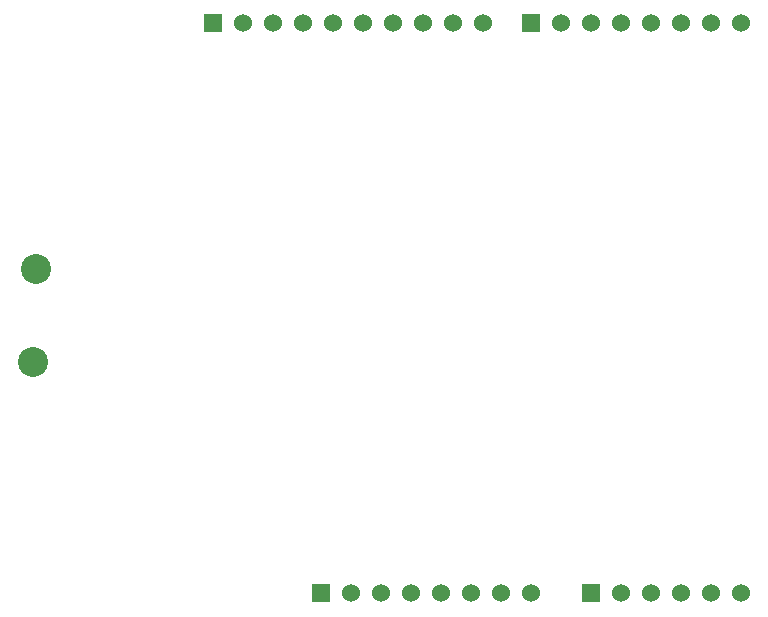
<source format=gbs>
G04*
G04 #@! TF.GenerationSoftware,Altium Limited,Altium Designer,24.1.2 (44)*
G04*
G04 Layer_Color=16711935*
%FSLAX44Y44*%
%MOMM*%
G71*
G04*
G04 #@! TF.SameCoordinates,3802B111-1C7E-4A17-9201-CC646305CB20*
G04*
G04*
G04 #@! TF.FilePolarity,Negative*
G04*
G01*
G75*
%ADD25C,1.5240*%
%ADD26R,1.5240X1.5240*%
%ADD27C,2.5400*%
D25*
X482600Y508000D02*
D03*
X508000D02*
D03*
X533400D02*
D03*
X558800D02*
D03*
X584200D02*
D03*
X609600D02*
D03*
X635000D02*
D03*
Y25400D02*
D03*
X609600D02*
D03*
X584200D02*
D03*
X558800D02*
D03*
X533400D02*
D03*
X416560Y508000D02*
D03*
X391040Y508018D02*
D03*
X365640D02*
D03*
X340241D02*
D03*
X314841D02*
D03*
X289440D02*
D03*
X264041D02*
D03*
X238640D02*
D03*
X213241D02*
D03*
X304800Y25400D02*
D03*
X330200D02*
D03*
X355600D02*
D03*
X381000D02*
D03*
X406400D02*
D03*
X431800D02*
D03*
X457200D02*
D03*
D26*
Y508000D02*
D03*
X508000Y25400D02*
D03*
X187840Y508018D02*
D03*
X279400Y25400D02*
D03*
D27*
X35560Y220980D02*
D03*
X38100Y299720D02*
D03*
M02*

</source>
